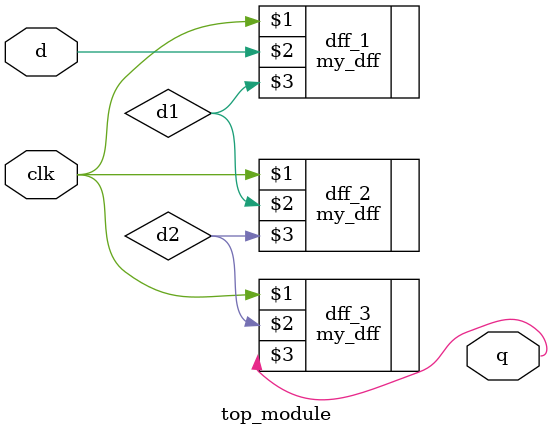
<source format=v>
module top_module ( input clk, input d, output q );
    wire d1,d2;
    my_dff dff_1(clk, d, d1);
    my_dff dff_2(clk, d1, d2);
    my_dff dff_3(clk, d2, q);
    /*
    my_dff dff1(.clk(clk),.d(d),.q(d1));
    my_dff dff2(.clk(clk),.d(d1),.q(d2));
    my_dff dff3(.clk(clk),.d(d2),.q(q)); 
    */
endmodule
</source>
